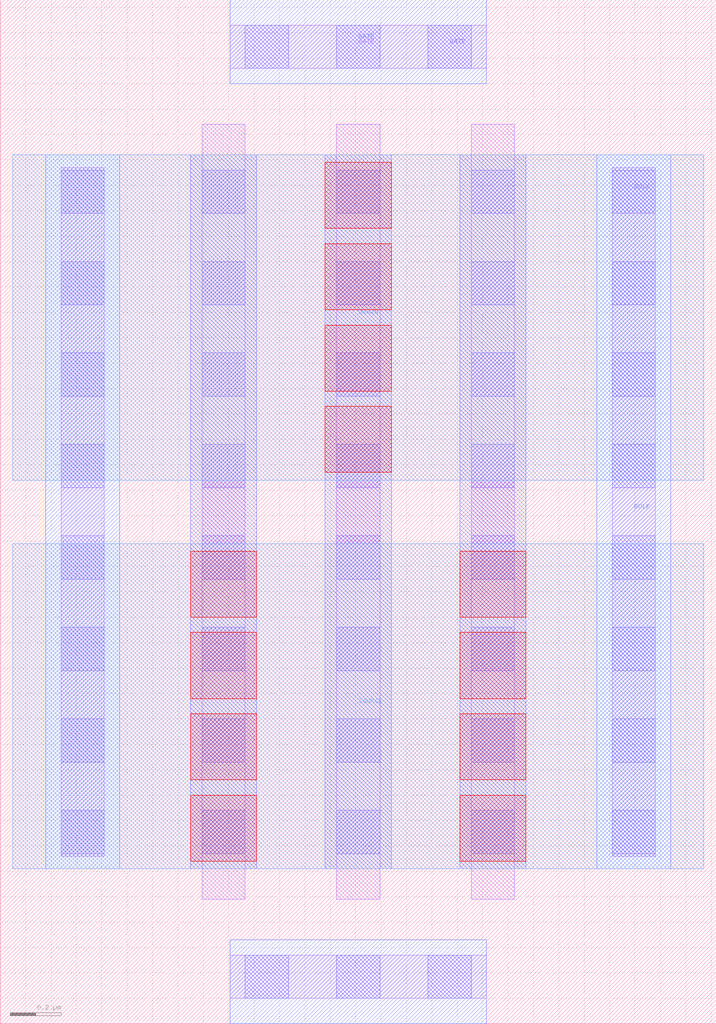
<source format=lef>
# Copyright 2020 The SkyWater PDK Authors
#
# Licensed under the Apache License, Version 2.0 (the "License");
# you may not use this file except in compliance with the License.
# You may obtain a copy of the License at
#
#     https://www.apache.org/licenses/LICENSE-2.0
#
# Unless required by applicable law or agreed to in writing, software
# distributed under the License is distributed on an "AS IS" BASIS,
# WITHOUT WARRANTIES OR CONDITIONS OF ANY KIND, either express or implied.
# See the License for the specific language governing permissions and
# limitations under the License.
#
# SPDX-License-Identifier: Apache-2.0

VERSION 5.7 ;
  NOWIREEXTENSIONATPIN ON ;
  DIVIDERCHAR "/" ;
  BUSBITCHARS "[]" ;
MACRO sky130_fd_pr__rf_pfet_01v8_aM02W3p00L0p25
  CLASS BLOCK ;
  FOREIGN sky130_fd_pr__rf_pfet_01v8_aM02W3p00L0p25 ;
  ORIGIN  0.000000  0.000000 ;
  SIZE  2.820000 BY  4.030000 ;
  PIN BULK
    ANTENNADIFFAREA  1.745800 ;
    PORT
      LAYER li1 ;
        RECT 0.240000 0.660000 0.410000 3.370000 ;
        RECT 2.410000 0.660000 2.580000 3.370000 ;
      LAYER mcon ;
        RECT 0.240000 0.670000 0.410000 0.840000 ;
        RECT 0.240000 1.030000 0.410000 1.200000 ;
        RECT 0.240000 1.390000 0.410000 1.560000 ;
        RECT 0.240000 1.750000 0.410000 1.920000 ;
        RECT 0.240000 2.110000 0.410000 2.280000 ;
        RECT 0.240000 2.470000 0.410000 2.640000 ;
        RECT 0.240000 2.830000 0.410000 3.000000 ;
        RECT 0.240000 3.190000 0.410000 3.360000 ;
        RECT 2.410000 0.670000 2.580000 0.840000 ;
        RECT 2.410000 1.030000 2.580000 1.200000 ;
        RECT 2.410000 1.390000 2.580000 1.560000 ;
        RECT 2.410000 1.750000 2.580000 1.920000 ;
        RECT 2.410000 2.110000 2.580000 2.280000 ;
        RECT 2.410000 2.470000 2.580000 2.640000 ;
        RECT 2.410000 2.830000 2.580000 3.000000 ;
        RECT 2.410000 3.190000 2.580000 3.360000 ;
    END
    PORT
      LAYER met1 ;
        RECT 0.180000 0.610000 0.470000 3.420000 ;
        RECT 2.350000 0.610000 2.640000 3.420000 ;
    END
  END BULK
  PIN DRAIN
    ANTENNADIFFAREA  0.842800 ;
    PORT
      LAYER met2 ;
        RECT 0.050000 2.140000 2.770000 3.420000 ;
    END
  END DRAIN
  PIN GATE
    ANTENNAGATEAREA  1.505000 ;
    PORT
      LAYER li1 ;
        RECT 0.905000 0.100000 1.915000 0.270000 ;
        RECT 0.905000 3.760000 1.915000 3.930000 ;
      LAYER mcon ;
        RECT 0.965000 0.100000 1.135000 0.270000 ;
        RECT 0.965000 3.760000 1.135000 3.930000 ;
        RECT 1.325000 0.100000 1.495000 0.270000 ;
        RECT 1.325000 3.760000 1.495000 3.930000 ;
        RECT 1.685000 0.100000 1.855000 0.270000 ;
        RECT 1.685000 3.760000 1.855000 3.930000 ;
    END
    PORT
      LAYER met1 ;
        RECT 0.905000 0.000000 1.915000 0.330000 ;
        RECT 0.905000 3.700000 1.915000 4.030000 ;
    END
  END GATE
  PIN SOURCE
    ANTENNADIFFAREA  1.685600 ;
    PORT
      LAYER met2 ;
        RECT 0.050000 0.610000 2.770000 1.890000 ;
    END
  END SOURCE
  OBS
    LAYER li1 ;
      RECT 0.795000 0.490000 0.965000 3.540000 ;
      RECT 1.325000 0.490000 1.495000 3.540000 ;
      RECT 1.855000 0.490000 2.025000 3.540000 ;
    LAYER mcon ;
      RECT 0.795000 0.670000 0.965000 0.840000 ;
      RECT 0.795000 1.030000 0.965000 1.200000 ;
      RECT 0.795000 1.390000 0.965000 1.560000 ;
      RECT 0.795000 1.750000 0.965000 1.920000 ;
      RECT 0.795000 2.110000 0.965000 2.280000 ;
      RECT 0.795000 2.470000 0.965000 2.640000 ;
      RECT 0.795000 2.830000 0.965000 3.000000 ;
      RECT 0.795000 3.190000 0.965000 3.360000 ;
      RECT 1.325000 0.670000 1.495000 0.840000 ;
      RECT 1.325000 1.030000 1.495000 1.200000 ;
      RECT 1.325000 1.390000 1.495000 1.560000 ;
      RECT 1.325000 1.750000 1.495000 1.920000 ;
      RECT 1.325000 2.110000 1.495000 2.280000 ;
      RECT 1.325000 2.470000 1.495000 2.640000 ;
      RECT 1.325000 2.830000 1.495000 3.000000 ;
      RECT 1.325000 3.190000 1.495000 3.360000 ;
      RECT 1.855000 0.670000 2.025000 0.840000 ;
      RECT 1.855000 1.030000 2.025000 1.200000 ;
      RECT 1.855000 1.390000 2.025000 1.560000 ;
      RECT 1.855000 1.750000 2.025000 1.920000 ;
      RECT 1.855000 2.110000 2.025000 2.280000 ;
      RECT 1.855000 2.470000 2.025000 2.640000 ;
      RECT 1.855000 2.830000 2.025000 3.000000 ;
      RECT 1.855000 3.190000 2.025000 3.360000 ;
    LAYER met1 ;
      RECT 0.750000 0.610000 1.010000 3.420000 ;
      RECT 1.280000 0.610000 1.540000 3.420000 ;
      RECT 1.810000 0.610000 2.070000 3.420000 ;
    LAYER via ;
      RECT 0.750000 0.640000 1.010000 0.900000 ;
      RECT 0.750000 0.960000 1.010000 1.220000 ;
      RECT 0.750000 1.280000 1.010000 1.540000 ;
      RECT 0.750000 1.600000 1.010000 1.860000 ;
      RECT 1.280000 2.170000 1.540000 2.430000 ;
      RECT 1.280000 2.490000 1.540000 2.750000 ;
      RECT 1.280000 2.810000 1.540000 3.070000 ;
      RECT 1.280000 3.130000 1.540000 3.390000 ;
      RECT 1.810000 0.640000 2.070000 0.900000 ;
      RECT 1.810000 0.960000 2.070000 1.220000 ;
      RECT 1.810000 1.280000 2.070000 1.540000 ;
      RECT 1.810000 1.600000 2.070000 1.860000 ;
  END
END sky130_fd_pr__rf_pfet_01v8_aM02W3p00L0p25
END LIBRARY

</source>
